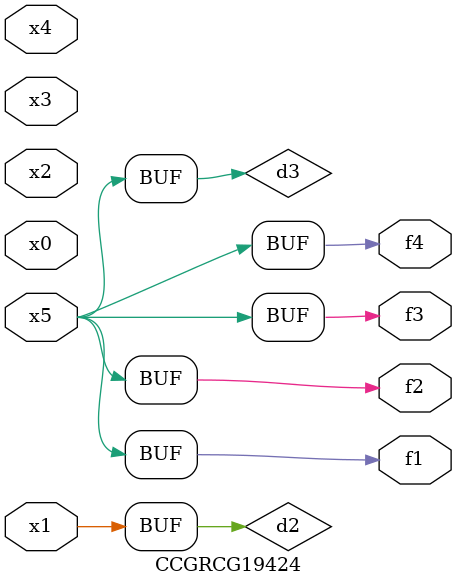
<source format=v>
module CCGRCG19424(
	input x0, x1, x2, x3, x4, x5,
	output f1, f2, f3, f4
);

	wire d1, d2, d3;

	not (d1, x5);
	or (d2, x1);
	xnor (d3, d1);
	assign f1 = d3;
	assign f2 = d3;
	assign f3 = d3;
	assign f4 = d3;
endmodule

</source>
